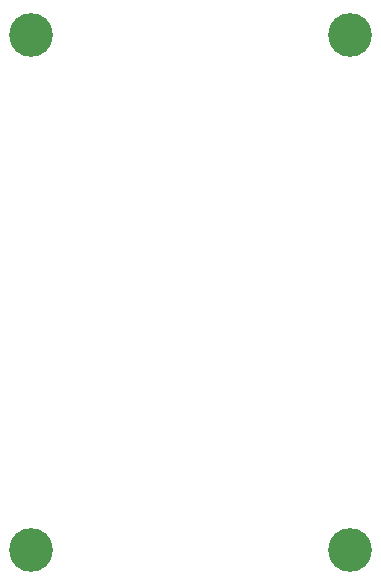
<source format=gbr>
%TF.GenerationSoftware,KiCad,Pcbnew,7.0.1*%
%TF.CreationDate,2023-03-24T14:03:16-04:00*%
%TF.ProjectId,kurp,6b757270-2e6b-4696-9361-645f70636258,v1.0.0*%
%TF.SameCoordinates,Original*%
%TF.FileFunction,Copper,L1,Top*%
%TF.FilePolarity,Positive*%
%FSLAX46Y46*%
G04 Gerber Fmt 4.6, Leading zero omitted, Abs format (unit mm)*
G04 Created by KiCad (PCBNEW 7.0.1) date 2023-03-24 14:03:16*
%MOMM*%
%LPD*%
G01*
G04 APERTURE LIST*
%TA.AperFunction,ComponentPad*%
%ADD10C,3.700000*%
%TD*%
G04 APERTURE END LIST*
D10*
%TO.P,H8,1*%
%TO.N,N/C*%
X130500000Y-4200000D03*
%TD*%
%TO.P,H7,1*%
%TO.N,N/C*%
X103500000Y-4200000D03*
%TD*%
%TO.P,H6,1*%
%TO.N,N/C*%
X130500000Y39400000D03*
%TD*%
%TO.P,H5,1*%
%TO.N,N/C*%
X103500000Y39400000D03*
%TD*%
M02*

</source>
